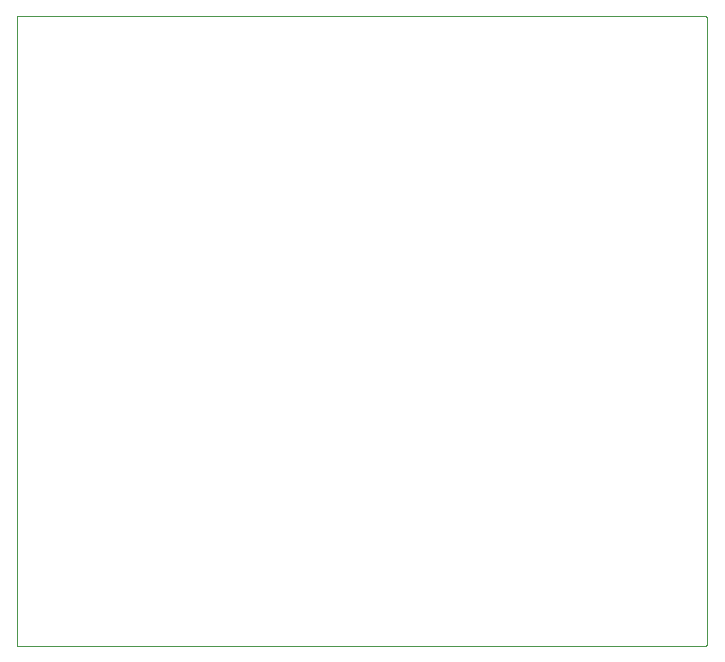
<source format=gbr>
%TF.GenerationSoftware,Altium Limited,Altium Designer,22.0.2 (36)*%
G04 Layer_Color=0*
%FSLAX26Y26*%
%MOIN*%
%TF.SameCoordinates,18AA30F0-C86B-41F5-80B4-D111BAE5B25F*%
%TF.FilePolarity,Positive*%
%TF.FileFunction,Profile,NP*%
%TF.Part,Single*%
G01*
G75*
%TA.AperFunction,Profile*%
%ADD24C,0.001000*%
D24*
X4400000Y1000000D02*
Y3100000D01*
X6694142D01*
X6700000Y3094142D01*
Y1005858D01*
X6694142Y1000000D01*
X4400000D01*
%TF.MD5,3245d0dddd0a1fb9d890c2b37912ef0b*%
M02*

</source>
